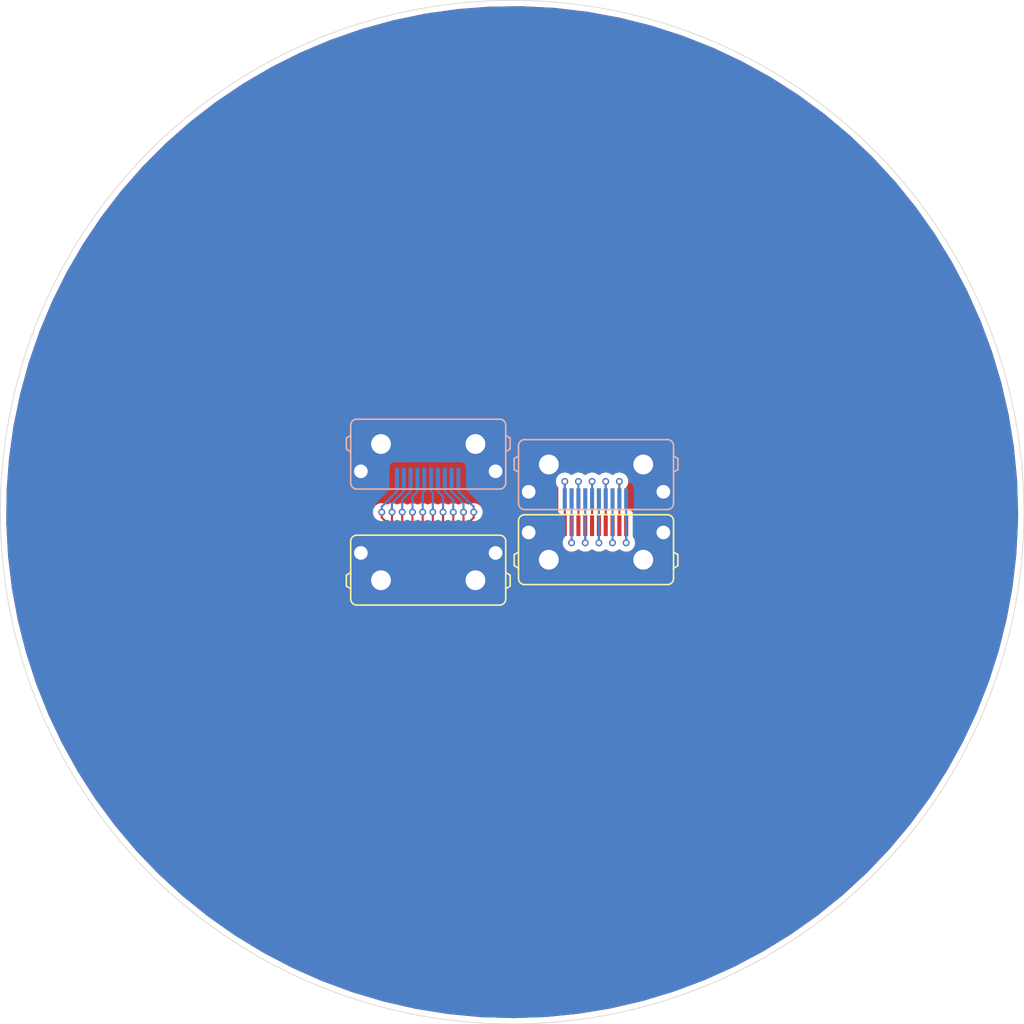
<source format=kicad_pcb>
(kicad_pcb (version 20171130) (host pcbnew "(5.1.0)-1")

  (general
    (thickness 1.6)
    (drawings 1)
    (tracks 109)
    (zones 0)
    (modules 4)
    (nets 22)
  )

  (page A4)
  (layers
    (0 F.Cu signal)
    (31 B.Cu signal)
    (32 B.Adhes user)
    (33 F.Adhes user)
    (34 B.Paste user)
    (35 F.Paste user)
    (36 B.SilkS user)
    (37 F.SilkS user)
    (38 B.Mask user hide)
    (39 F.Mask user hide)
    (40 Dwgs.User user)
    (41 Cmts.User user)
    (42 Eco1.User user)
    (43 Eco2.User user)
    (44 Edge.Cuts user)
    (45 Margin user)
    (46 B.CrtYd user)
    (47 F.CrtYd user)
    (48 B.Fab user)
    (49 F.Fab user)
  )

  (setup
    (last_trace_width 0.1524)
    (user_trace_width 0.1524)
    (trace_clearance 0.2)
    (zone_clearance 0.4)
    (zone_45_only no)
    (trace_min 0.1524)
    (via_size 0.8)
    (via_drill 0.4)
    (via_min_size 0.2)
    (via_min_drill 0.3)
    (user_via 0.5048 0.3)
    (uvia_size 0.3)
    (uvia_drill 0.1)
    (uvias_allowed no)
    (uvia_min_size 0.2)
    (uvia_min_drill 0.1)
    (edge_width 0.05)
    (segment_width 0.2)
    (pcb_text_width 0.3)
    (pcb_text_size 1.5 1.5)
    (mod_edge_width 0.12)
    (mod_text_size 1 1)
    (mod_text_width 0.15)
    (pad_size 0.3 1.5)
    (pad_drill 0)
    (pad_to_mask_clearance 0.051)
    (solder_mask_min_width 0.25)
    (aux_axis_origin 0 0)
    (visible_elements 7FFFFFFF)
    (pcbplotparams
      (layerselection 0x010fc_ffffffff)
      (usegerberextensions false)
      (usegerberattributes false)
      (usegerberadvancedattributes false)
      (creategerberjobfile false)
      (excludeedgelayer true)
      (linewidth 0.100000)
      (plotframeref false)
      (viasonmask false)
      (mode 1)
      (useauxorigin false)
      (hpglpennumber 1)
      (hpglpenspeed 20)
      (hpglpendiameter 15.000000)
      (psnegative false)
      (psa4output false)
      (plotreference true)
      (plotvalue true)
      (plotinvisibletext false)
      (padsonsilk false)
      (subtractmaskfromsilk false)
      (outputformat 1)
      (mirror false)
      (drillshape 0)
      (scaleselection 1)
      (outputdirectory "gerbers/"))
  )

  (net 0 "")
  (net 1 "Net-(U1-Pad2)")
  (net 2 "Net-(U1-Pad4)")
  (net 3 "Net-(U1-Pad6)")
  (net 4 "Net-(U1-Pad8)")
  (net 5 "Net-(U1-Pad10)")
  (net 6 "Net-(U1-Pad12)")
  (net 7 "Net-(U1-Pad14)")
  (net 8 "Net-(U1-Pad16)")
  (net 9 "Net-(U1-Pad18)")
  (net 10 "Net-(U1-Pad20)")
  (net 11 GND)
  (net 12 "Net-(U3-Pad2)")
  (net 13 "Net-(U3-Pad4)")
  (net 14 "Net-(U3-Pad6)")
  (net 15 "Net-(U3-Pad8)")
  (net 16 "Net-(U3-Pad10)")
  (net 17 "Net-(U3-Pad12)")
  (net 18 "Net-(U3-Pad14)")
  (net 19 "Net-(U3-Pad16)")
  (net 20 "Net-(U3-Pad18)")
  (net 21 "Net-(U3-Pad20)")

  (net_class Default "This is the default net class."
    (clearance 0.2)
    (trace_width 0.25)
    (via_dia 0.8)
    (via_drill 0.4)
    (uvia_dia 0.3)
    (uvia_drill 0.1)
    (add_net GND)
    (add_net "Net-(U1-Pad10)")
    (add_net "Net-(U1-Pad12)")
    (add_net "Net-(U1-Pad14)")
    (add_net "Net-(U1-Pad16)")
    (add_net "Net-(U1-Pad18)")
    (add_net "Net-(U1-Pad2)")
    (add_net "Net-(U1-Pad20)")
    (add_net "Net-(U1-Pad4)")
    (add_net "Net-(U1-Pad6)")
    (add_net "Net-(U1-Pad8)")
    (add_net "Net-(U3-Pad10)")
    (add_net "Net-(U3-Pad12)")
    (add_net "Net-(U3-Pad14)")
    (add_net "Net-(U3-Pad16)")
    (add_net "Net-(U3-Pad18)")
    (add_net "Net-(U3-Pad2)")
    (add_net "Net-(U3-Pad20)")
    (add_net "Net-(U3-Pad4)")
    (add_net "Net-(U3-Pad6)")
    (add_net "Net-(U3-Pad8)")
  )

  (module feedthrough_pcb:LSHM-110-02.5-L-DV-A-S-TR (layer B.Cu) (tedit 5CBFA040) (tstamp 5CC0493F)
    (at 100 94.5)
    (path /5CBFC230)
    (fp_text reference U1 (at 0 -3.85) (layer B.SilkS) hide
      (effects (font (size 1 1) (thickness 0.15)) (justify mirror))
    )
    (fp_text value LSHM-110-02.5-L-DV-A-S-TR (at 0.1 -5.2) (layer B.Fab) hide
      (effects (font (size 1 1) (thickness 0.15)) (justify mirror))
    )
    (fp_line (start -6 -0.37) (end -5.68 -0.17) (layer B.SilkS) (width 0.12))
    (fp_line (start 6 -0.37) (end 5.68 -0.17) (layer B.SilkS) (width 0.12))
    (fp_line (start 6 -0.37) (end 6 -1.17) (layer B.SilkS) (width 0.12))
    (fp_line (start 6 -1.17) (end 5.68 -1.37) (layer B.SilkS) (width 0.12))
    (fp_line (start -6 -1.17) (end -5.68 -1.37) (layer B.SilkS) (width 0.12))
    (fp_line (start -6 -0.37) (end -6 -1.17) (layer B.SilkS) (width 0.12))
    (fp_line (start -5.68 2.11) (end -5.68 -2.11) (layer B.SilkS) (width 0.12))
    (fp_line (start 5.68 -2.11) (end 5.68 2.11) (layer B.SilkS) (width 0.12))
    (fp_line (start -5.23 2.56) (end 5.23 2.56) (layer B.SilkS) (width 0.12))
    (fp_line (start -5.23 -2.56) (end 5.23 -2.56) (layer B.SilkS) (width 0.12))
    (fp_arc (start -5.23 -2.11) (end -5.23 -2.56) (angle -90) (layer B.SilkS) (width 0.12))
    (fp_arc (start 5.23 -2.11) (end 5.68 -2.11) (angle -90) (layer B.SilkS) (width 0.12))
    (fp_arc (start -5.23 2.11) (end -5.68 2.11) (angle -90) (layer B.SilkS) (width 0.12))
    (fp_arc (start 5.23 2.11) (end 5.23 2.56) (angle -90) (layer B.SilkS) (width 0.12))
    (pad 1 smd rect (at 2.21 -1.75) (size 0.3 1.5) (layers B.Cu B.Paste B.Mask)
      (net 11 GND))
    (pad 2 smd rect (at 2.21 1.75) (size 0.3 1.5) (layers B.Cu B.Paste B.Mask)
      (net 1 "Net-(U1-Pad2)"))
    (pad 3 smd rect (at 1.71 -1.75) (size 0.3 1.5) (layers B.Cu B.Paste B.Mask)
      (net 11 GND))
    (pad 4 smd rect (at 1.71 1.75) (size 0.3 1.5) (layers B.Cu B.Paste B.Mask)
      (net 2 "Net-(U1-Pad4)"))
    (pad 5 smd rect (at 1.21 -1.75) (size 0.3 1.5) (layers B.Cu B.Paste B.Mask)
      (net 11 GND))
    (pad 6 smd rect (at 1.21 1.75) (size 0.3 1.5) (layers B.Cu B.Paste B.Mask)
      (net 3 "Net-(U1-Pad6)"))
    (pad 7 smd rect (at 0.71 -1.75) (size 0.3 1.5) (layers B.Cu B.Paste B.Mask)
      (net 11 GND))
    (pad 8 smd rect (at 0.71 1.75) (size 0.3 1.5) (layers B.Cu B.Paste B.Mask)
      (net 4 "Net-(U1-Pad8)"))
    (pad 9 smd rect (at 0.21 -1.75) (size 0.3 1.5) (layers B.Cu B.Paste B.Mask)
      (net 11 GND))
    (pad 10 smd rect (at 0.21 1.75) (size 0.3 1.5) (layers B.Cu B.Paste B.Mask)
      (net 5 "Net-(U1-Pad10)"))
    (pad 11 smd rect (at -0.29 -1.75) (size 0.3 1.5) (layers B.Cu B.Paste B.Mask)
      (net 11 GND))
    (pad 12 smd rect (at -0.29 1.75) (size 0.3 1.5) (layers B.Cu B.Paste B.Mask)
      (net 6 "Net-(U1-Pad12)"))
    (pad 13 smd rect (at -0.79 -1.75) (size 0.3 1.5) (layers B.Cu B.Paste B.Mask)
      (net 11 GND))
    (pad 14 smd rect (at -0.79 1.75) (size 0.3 1.5) (layers B.Cu B.Paste B.Mask)
      (net 7 "Net-(U1-Pad14)"))
    (pad 15 smd rect (at -1.29 -1.75) (size 0.3 1.5) (layers B.Cu B.Paste B.Mask)
      (net 11 GND))
    (pad 16 smd rect (at -1.29 1.75) (size 0.3 1.5) (layers B.Cu B.Paste B.Mask)
      (net 8 "Net-(U1-Pad16)"))
    (pad 17 smd rect (at -1.79 -1.75) (size 0.3 1.5) (layers B.Cu B.Paste B.Mask)
      (net 11 GND))
    (pad 18 smd rect (at -1.79 1.75) (size 0.3 1.5) (layers B.Cu B.Paste B.Mask)
      (net 9 "Net-(U1-Pad18)"))
    (pad 19 smd rect (at -2.29 -1.75) (size 0.3 1.5) (layers B.Cu B.Paste B.Mask)
      (net 11 GND))
    (pad 20 smd rect (at -2.29 1.75) (size 0.3 1.5) (layers B.Cu B.Paste B.Mask)
      (net 10 "Net-(U1-Pad20)"))
    (pad 41 thru_hole circle (at -4.935 1.26) (size 1 1) (drill 1) (layers *.Cu *.Mask)
      (net 11 GND))
    (pad 41 thru_hole circle (at 4.935 1.26) (size 1 1) (drill 1) (layers *.Cu *.Mask)
      (net 11 GND))
    (pad 41 thru_hole circle (at -3.46 -0.74) (size 1.45 1.45) (drill 1.45) (layers *.Cu *.Mask)
      (net 11 GND))
    (pad 41 thru_hole circle (at 3.46 -0.74) (size 1.45 1.45) (drill 1.45) (layers *.Cu *.Mask)
      (net 11 GND))
  )

  (module feedthrough_pcb:LSHM-110-02.5-L-DV-A-S-TR (layer F.Cu) (tedit 5CBFA040) (tstamp 5CC04969)
    (at 100 100)
    (path /5CBFD8F6)
    (fp_text reference U2 (at 0 3.85) (layer F.SilkS) hide
      (effects (font (size 1 1) (thickness 0.15)))
    )
    (fp_text value LSHM-110-02.5-L-DV-A-S-TR (at 0 5.5) (layer F.Fab) hide
      (effects (font (size 1 1) (thickness 0.15)))
    )
    (fp_arc (start 5.23 -2.11) (end 5.23 -2.56) (angle 90) (layer F.SilkS) (width 0.12))
    (fp_arc (start -5.23 -2.11) (end -5.68 -2.11) (angle 90) (layer F.SilkS) (width 0.12))
    (fp_arc (start 5.23 2.11) (end 5.68 2.11) (angle 90) (layer F.SilkS) (width 0.12))
    (fp_arc (start -5.23 2.11) (end -5.23 2.56) (angle 90) (layer F.SilkS) (width 0.12))
    (fp_line (start -5.23 2.56) (end 5.23 2.56) (layer F.SilkS) (width 0.12))
    (fp_line (start -5.23 -2.56) (end 5.23 -2.56) (layer F.SilkS) (width 0.12))
    (fp_line (start 5.68 2.11) (end 5.68 -2.11) (layer F.SilkS) (width 0.12))
    (fp_line (start -5.68 -2.11) (end -5.68 2.11) (layer F.SilkS) (width 0.12))
    (fp_line (start -6 0.37) (end -6 1.17) (layer F.SilkS) (width 0.12))
    (fp_line (start -6 1.17) (end -5.68 1.37) (layer F.SilkS) (width 0.12))
    (fp_line (start 6 1.17) (end 5.68 1.37) (layer F.SilkS) (width 0.12))
    (fp_line (start 6 0.37) (end 6 1.17) (layer F.SilkS) (width 0.12))
    (fp_line (start 6 0.37) (end 5.68 0.17) (layer F.SilkS) (width 0.12))
    (fp_line (start -6 0.37) (end -5.68 0.17) (layer F.SilkS) (width 0.12))
    (pad 41 thru_hole circle (at 3.46 0.74) (size 1.45 1.45) (drill 1.45) (layers *.Cu *.Mask)
      (net 11 GND))
    (pad 41 thru_hole circle (at -3.46 0.74) (size 1.45 1.45) (drill 1.45) (layers *.Cu *.Mask)
      (net 11 GND))
    (pad 41 thru_hole circle (at 4.935 -1.26) (size 1 1) (drill 1) (layers *.Cu *.Mask)
      (net 11 GND))
    (pad 41 thru_hole circle (at -4.935 -1.26) (size 1 1) (drill 1) (layers *.Cu *.Mask)
      (net 11 GND))
    (pad 20 smd rect (at -2.29 -1.75) (size 0.3 1.5) (layers F.Cu F.Paste F.Mask)
      (net 10 "Net-(U1-Pad20)"))
    (pad 19 smd rect (at -2.29 1.75) (size 0.3 1.5) (layers F.Cu F.Paste F.Mask)
      (net 11 GND))
    (pad 18 smd rect (at -1.79 -1.75) (size 0.3 1.5) (layers F.Cu F.Paste F.Mask)
      (net 9 "Net-(U1-Pad18)"))
    (pad 17 smd rect (at -1.79 1.75) (size 0.3 1.5) (layers F.Cu F.Paste F.Mask)
      (net 11 GND))
    (pad 16 smd rect (at -1.29 -1.75) (size 0.3 1.5) (layers F.Cu F.Paste F.Mask)
      (net 8 "Net-(U1-Pad16)"))
    (pad 15 smd rect (at -1.29 1.75) (size 0.3 1.5) (layers F.Cu F.Paste F.Mask)
      (net 11 GND))
    (pad 14 smd rect (at -0.79 -1.75) (size 0.3 1.5) (layers F.Cu F.Paste F.Mask)
      (net 7 "Net-(U1-Pad14)"))
    (pad 13 smd rect (at -0.79 1.75) (size 0.3 1.5) (layers F.Cu F.Paste F.Mask)
      (net 11 GND))
    (pad 12 smd rect (at -0.29 -1.75) (size 0.3 1.5) (layers F.Cu F.Paste F.Mask)
      (net 6 "Net-(U1-Pad12)"))
    (pad 11 smd rect (at -0.29 1.75) (size 0.3 1.5) (layers F.Cu F.Paste F.Mask)
      (net 11 GND))
    (pad 10 smd rect (at 0.21 -1.75) (size 0.3 1.5) (layers F.Cu F.Paste F.Mask)
      (net 5 "Net-(U1-Pad10)"))
    (pad 9 smd rect (at 0.21 1.75) (size 0.3 1.5) (layers F.Cu F.Paste F.Mask)
      (net 11 GND))
    (pad 8 smd rect (at 0.71 -1.75) (size 0.3 1.5) (layers F.Cu F.Paste F.Mask)
      (net 4 "Net-(U1-Pad8)"))
    (pad 7 smd rect (at 0.71 1.75) (size 0.3 1.5) (layers F.Cu F.Paste F.Mask)
      (net 11 GND))
    (pad 6 smd rect (at 1.21 -1.75) (size 0.3 1.5) (layers F.Cu F.Paste F.Mask)
      (net 3 "Net-(U1-Pad6)"))
    (pad 5 smd rect (at 1.21 1.75) (size 0.3 1.5) (layers F.Cu F.Paste F.Mask)
      (net 11 GND))
    (pad 4 smd rect (at 1.71 -1.75) (size 0.3 1.5) (layers F.Cu F.Paste F.Mask)
      (net 2 "Net-(U1-Pad4)"))
    (pad 3 smd rect (at 1.71 1.75) (size 0.3 1.5) (layers F.Cu F.Paste F.Mask)
      (net 11 GND))
    (pad 2 smd rect (at 2.21 -1.75) (size 0.3 1.5) (layers F.Cu F.Paste F.Mask)
      (net 1 "Net-(U1-Pad2)"))
    (pad 1 smd rect (at 2.21 1.75) (size 0.3 1.5) (layers F.Cu F.Paste F.Mask)
      (net 11 GND))
  )

  (module feedthrough_pcb:LSHM-110-02.5-L-DV-A-S-TR (layer B.Cu) (tedit 5CC0E175) (tstamp 5CC0E12D)
    (at 87.704 93)
    (path /5CC204DC)
    (fp_text reference U3 (at 0 -3.85) (layer B.SilkS) hide
      (effects (font (size 1 1) (thickness 0.15)) (justify mirror))
    )
    (fp_text value LSHM-110-02.5-L-DV-A-S-TR (at -0.1 -5.4) (layer B.Fab) hide
      (effects (font (size 1 1) (thickness 0.15)) (justify mirror))
    )
    (fp_line (start -6 -0.37) (end -5.68 -0.17) (layer B.SilkS) (width 0.12))
    (fp_line (start 6 -0.37) (end 5.68 -0.17) (layer B.SilkS) (width 0.12))
    (fp_line (start 6 -0.37) (end 6 -1.17) (layer B.SilkS) (width 0.12))
    (fp_line (start 6 -1.17) (end 5.68 -1.37) (layer B.SilkS) (width 0.12))
    (fp_line (start -6 -1.17) (end -5.68 -1.37) (layer B.SilkS) (width 0.12))
    (fp_line (start -6 -0.37) (end -6 -1.17) (layer B.SilkS) (width 0.12))
    (fp_line (start -5.68 2.11) (end -5.68 -2.11) (layer B.SilkS) (width 0.12))
    (fp_line (start 5.68 -2.11) (end 5.68 2.11) (layer B.SilkS) (width 0.12))
    (fp_line (start -5.23 2.56) (end 5.23 2.56) (layer B.SilkS) (width 0.12))
    (fp_line (start -5.23 -2.56) (end 5.23 -2.56) (layer B.SilkS) (width 0.12))
    (fp_arc (start -5.23 -2.11) (end -5.23 -2.56) (angle -90) (layer B.SilkS) (width 0.12))
    (fp_arc (start 5.23 -2.11) (end 5.68 -2.11) (angle -90) (layer B.SilkS) (width 0.12))
    (fp_arc (start -5.23 2.11) (end -5.68 2.11) (angle -90) (layer B.SilkS) (width 0.12))
    (fp_arc (start 5.23 2.11) (end 5.23 2.56) (angle -90) (layer B.SilkS) (width 0.12))
    (pad 1 smd rect (at 2.21 -1.75) (size 0.3 1.5) (layers B.Cu B.Paste B.Mask)
      (net 11 GND))
    (pad 2 smd rect (at 2.21 1.75) (size 0.3 1.5) (layers B.Cu B.Paste B.Mask)
      (net 12 "Net-(U3-Pad2)"))
    (pad 3 smd rect (at 1.71 -1.75) (size 0.3 1.5) (layers B.Cu B.Paste B.Mask)
      (net 11 GND))
    (pad 4 smd rect (at 1.71 1.75) (size 0.3 1.5) (layers B.Cu B.Paste B.Mask)
      (net 13 "Net-(U3-Pad4)"))
    (pad 5 smd rect (at 1.21 -1.75) (size 0.3 1.5) (layers B.Cu B.Paste B.Mask)
      (net 11 GND))
    (pad 6 smd rect (at 1.21 1.75) (size 0.3 1.5) (layers B.Cu B.Paste B.Mask)
      (net 14 "Net-(U3-Pad6)"))
    (pad 7 smd rect (at 0.71 -1.75) (size 0.3 1.5) (layers B.Cu B.Paste B.Mask)
      (net 11 GND))
    (pad 8 smd rect (at 0.71 1.75) (size 0.3 1.5) (layers B.Cu B.Paste B.Mask)
      (net 15 "Net-(U3-Pad8)"))
    (pad 9 smd rect (at 0.21 -1.75) (size 0.3 1.5) (layers B.Cu B.Paste B.Mask)
      (net 11 GND))
    (pad 10 smd rect (at 0.21 1.75) (size 0.3 1.5) (layers B.Cu B.Paste B.Mask)
      (net 16 "Net-(U3-Pad10)"))
    (pad 11 smd rect (at -0.29 -1.75) (size 0.3 1.5) (layers B.Cu B.Paste B.Mask)
      (net 11 GND))
    (pad 12 smd rect (at -0.29 1.75) (size 0.3 1.5) (layers B.Cu B.Paste B.Mask)
      (net 17 "Net-(U3-Pad12)"))
    (pad 13 smd rect (at -0.79 -1.75) (size 0.3 1.5) (layers B.Cu B.Paste B.Mask)
      (net 11 GND))
    (pad 14 smd rect (at -0.79 1.75) (size 0.3 1.5) (layers B.Cu B.Paste B.Mask)
      (net 18 "Net-(U3-Pad14)"))
    (pad 15 smd rect (at -1.29 -1.75) (size 0.3 1.5) (layers B.Cu B.Paste B.Mask)
      (net 11 GND))
    (pad 16 smd rect (at -1.29 1.75) (size 0.3 1.5) (layers B.Cu B.Paste B.Mask)
      (net 19 "Net-(U3-Pad16)"))
    (pad 17 smd rect (at -1.79 -1.75) (size 0.3 1.5) (layers B.Cu B.Paste B.Mask)
      (net 11 GND))
    (pad 18 smd rect (at -1.79 1.75) (size 0.3 1.5) (layers B.Cu B.Paste B.Mask)
      (net 20 "Net-(U3-Pad18)"))
    (pad 19 smd rect (at -2.29 -1.75) (size 0.3 1.5) (layers B.Cu B.Paste B.Mask)
      (net 11 GND))
    (pad 20 smd rect (at -2.29 1.75) (size 0.3 1.5) (layers B.Cu B.Paste B.Mask)
      (net 21 "Net-(U3-Pad20)"))
    (pad 41 thru_hole circle (at -4.935 1.26) (size 1 1) (drill 1) (layers *.Cu *.Mask)
      (net 11 GND))
    (pad 41 thru_hole circle (at 4.935 1.26) (size 1 1) (drill 1) (layers *.Cu *.Mask)
      (net 11 GND))
    (pad 41 thru_hole circle (at -3.46 -0.74) (size 1.45 1.45) (drill 1.45) (layers *.Cu *.Mask)
      (net 11 GND))
    (pad 41 thru_hole circle (at 3.46 -0.74) (size 1.45 1.45) (drill 1.45) (layers *.Cu *.Mask)
      (net 11 GND))
  )

  (module feedthrough_pcb:LSHM-110-02.5-L-DV-A-S-TR (layer F.Cu) (tedit 5CBFA040) (tstamp 5CC0E157)
    (at 87.704 101.5)
    (path /5CC204E2)
    (fp_text reference U4 (at 0 3.85) (layer F.SilkS) hide
      (effects (font (size 1 1) (thickness 0.15)))
    )
    (fp_text value LSHM-110-02.5-L-DV-A-S-TR (at 0 5.339999) (layer F.Fab) hide
      (effects (font (size 1 1) (thickness 0.15)))
    )
    (fp_arc (start 5.23 -2.11) (end 5.23 -2.56) (angle 90) (layer F.SilkS) (width 0.12))
    (fp_arc (start -5.23 -2.11) (end -5.68 -2.11) (angle 90) (layer F.SilkS) (width 0.12))
    (fp_arc (start 5.23 2.11) (end 5.68 2.11) (angle 90) (layer F.SilkS) (width 0.12))
    (fp_arc (start -5.23 2.11) (end -5.23 2.56) (angle 90) (layer F.SilkS) (width 0.12))
    (fp_line (start -5.23 2.56) (end 5.23 2.56) (layer F.SilkS) (width 0.12))
    (fp_line (start -5.23 -2.56) (end 5.23 -2.56) (layer F.SilkS) (width 0.12))
    (fp_line (start 5.68 2.11) (end 5.68 -2.11) (layer F.SilkS) (width 0.12))
    (fp_line (start -5.68 -2.11) (end -5.68 2.11) (layer F.SilkS) (width 0.12))
    (fp_line (start -6 0.37) (end -6 1.17) (layer F.SilkS) (width 0.12))
    (fp_line (start -6 1.17) (end -5.68 1.37) (layer F.SilkS) (width 0.12))
    (fp_line (start 6 1.17) (end 5.68 1.37) (layer F.SilkS) (width 0.12))
    (fp_line (start 6 0.37) (end 6 1.17) (layer F.SilkS) (width 0.12))
    (fp_line (start 6 0.37) (end 5.68 0.17) (layer F.SilkS) (width 0.12))
    (fp_line (start -6 0.37) (end -5.68 0.17) (layer F.SilkS) (width 0.12))
    (pad 41 thru_hole circle (at 3.46 0.74) (size 1.45 1.45) (drill 1.45) (layers *.Cu *.Mask)
      (net 11 GND))
    (pad 41 thru_hole circle (at -3.46 0.74) (size 1.45 1.45) (drill 1.45) (layers *.Cu *.Mask)
      (net 11 GND))
    (pad 41 thru_hole circle (at 4.935 -1.26) (size 1 1) (drill 1) (layers *.Cu *.Mask)
      (net 11 GND))
    (pad 41 thru_hole circle (at -4.935 -1.26) (size 1 1) (drill 1) (layers *.Cu *.Mask)
      (net 11 GND))
    (pad 20 smd rect (at -2.29 -1.75) (size 0.3 1.5) (layers F.Cu F.Paste F.Mask)
      (net 21 "Net-(U3-Pad20)"))
    (pad 19 smd rect (at -2.29 1.75) (size 0.3 1.5) (layers F.Cu F.Paste F.Mask)
      (net 11 GND))
    (pad 18 smd rect (at -1.79 -1.75) (size 0.3 1.5) (layers F.Cu F.Paste F.Mask)
      (net 20 "Net-(U3-Pad18)"))
    (pad 17 smd rect (at -1.79 1.75) (size 0.3 1.5) (layers F.Cu F.Paste F.Mask)
      (net 11 GND))
    (pad 16 smd rect (at -1.29 -1.75) (size 0.3 1.5) (layers F.Cu F.Paste F.Mask)
      (net 19 "Net-(U3-Pad16)"))
    (pad 15 smd rect (at -1.29 1.75) (size 0.3 1.5) (layers F.Cu F.Paste F.Mask)
      (net 11 GND))
    (pad 14 smd rect (at -0.79 -1.75) (size 0.3 1.5) (layers F.Cu F.Paste F.Mask)
      (net 18 "Net-(U3-Pad14)"))
    (pad 13 smd rect (at -0.79 1.75) (size 0.3 1.5) (layers F.Cu F.Paste F.Mask)
      (net 11 GND))
    (pad 12 smd rect (at -0.29 -1.75) (size 0.3 1.5) (layers F.Cu F.Paste F.Mask)
      (net 17 "Net-(U3-Pad12)"))
    (pad 11 smd rect (at -0.29 1.75) (size 0.3 1.5) (layers F.Cu F.Paste F.Mask)
      (net 11 GND))
    (pad 10 smd rect (at 0.21 -1.75) (size 0.3 1.5) (layers F.Cu F.Paste F.Mask)
      (net 16 "Net-(U3-Pad10)"))
    (pad 9 smd rect (at 0.21 1.75) (size 0.3 1.5) (layers F.Cu F.Paste F.Mask)
      (net 11 GND))
    (pad 8 smd rect (at 0.71 -1.75) (size 0.3 1.5) (layers F.Cu F.Paste F.Mask)
      (net 15 "Net-(U3-Pad8)"))
    (pad 7 smd rect (at 0.71 1.75) (size 0.3 1.5) (layers F.Cu F.Paste F.Mask)
      (net 11 GND))
    (pad 6 smd rect (at 1.21 -1.75) (size 0.3 1.5) (layers F.Cu F.Paste F.Mask)
      (net 14 "Net-(U3-Pad6)"))
    (pad 5 smd rect (at 1.21 1.75) (size 0.3 1.5) (layers F.Cu F.Paste F.Mask)
      (net 11 GND))
    (pad 4 smd rect (at 1.71 -1.75) (size 0.3 1.5) (layers F.Cu F.Paste F.Mask)
      (net 13 "Net-(U3-Pad4)"))
    (pad 3 smd rect (at 1.71 1.75) (size 0.3 1.5) (layers F.Cu F.Paste F.Mask)
      (net 11 GND))
    (pad 2 smd rect (at 2.21 -1.75) (size 0.3 1.5) (layers F.Cu F.Paste F.Mask)
      (net 12 "Net-(U3-Pad2)"))
    (pad 1 smd rect (at 2.21 1.75) (size 0.3 1.5) (layers F.Cu F.Paste F.Mask)
      (net 11 GND))
  )

  (gr_circle (center 93.852 97.25) (end 131.352 97.25) (layer Edge.Cuts) (width 0.05))

  (via (at 88.039 97.25) (size 0.5048) (drill 0.3) (layers F.Cu B.Cu) (net 16))
  (via (at 87.299 97.25) (size 0.5048) (drill 0.3) (layers F.Cu B.Cu) (net 17))
  (via (at 88.789 97.25) (size 0.5048) (drill 0.3) (layers F.Cu B.Cu) (net 15))
  (via (at 89.539 97.25) (size 0.5048) (drill 0.3) (layers F.Cu B.Cu) (net 14))
  (via (at 90.289 97.25) (size 0.5048) (drill 0.3) (layers F.Cu B.Cu) (net 13))
  (via (at 91.039 97.25) (size 0.5048) (drill 0.3) (layers F.Cu B.Cu) (net 12))
  (via (at 86.549 97.25) (size 0.5048) (drill 0.3) (layers F.Cu B.Cu) (net 18))
  (via (at 85.799 97.25) (size 0.5048) (drill 0.3) (layers F.Cu B.Cu) (net 19))
  (via (at 85.049 97.25) (size 0.5048) (drill 0.3) (layers F.Cu B.Cu) (net 20))
  (via (at 84.299 97.25) (size 0.5048) (drill 0.3) (layers F.Cu B.Cu) (net 21))
  (via (at 102.21 99.5) (size 0.5048) (drill 0.3) (layers F.Cu B.Cu) (net 1))
  (segment (start 102.21 98.25) (end 102.21 99.5) (width 0.1524) (layer F.Cu) (net 1))
  (segment (start 102.21 97.1524) (end 102.21 99.5) (width 0.1524) (layer B.Cu) (net 1))
  (segment (start 102.21 96.25) (end 102.21 97.1524) (width 0.1524) (layer B.Cu) (net 1))
  (segment (start 101.71 96.25) (end 101.71 95) (width 0.1524) (layer B.Cu) (net 2))
  (via (at 101.71 95) (size 0.5048) (drill 0.3) (layers F.Cu B.Cu) (net 2))
  (segment (start 101.71 97.51) (end 101.71 95) (width 0.1524) (layer F.Cu) (net 2))
  (segment (start 101.71 98.25) (end 101.71 97.51) (width 0.1524) (layer F.Cu) (net 2))
  (via (at 101.21 99.5) (size 0.5048) (drill 0.3) (layers F.Cu B.Cu) (net 3))
  (segment (start 101.21 98.25) (end 101.21 99.5) (width 0.1524) (layer F.Cu) (net 3))
  (segment (start 101.21 96.99) (end 101.21 99.5) (width 0.1524) (layer B.Cu) (net 3))
  (segment (start 101.21 96.25) (end 101.21 96.99) (width 0.1524) (layer B.Cu) (net 3))
  (segment (start 100.71 96.25) (end 100.71 95) (width 0.1524) (layer B.Cu) (net 4))
  (via (at 100.71 95) (size 0.5048) (drill 0.3) (layers F.Cu B.Cu) (net 4))
  (segment (start 100.71 98.25) (end 100.71 95) (width 0.1524) (layer F.Cu) (net 4))
  (via (at 100.21 99.5) (size 0.5048) (drill 0.3) (layers F.Cu B.Cu) (net 5))
  (segment (start 100.21 98.25) (end 100.21 99.5) (width 0.1524) (layer F.Cu) (net 5))
  (segment (start 100.21 96.25) (end 100.21 99.5) (width 0.1524) (layer B.Cu) (net 5))
  (segment (start 99.71 96.25) (end 99.71 95) (width 0.1524) (layer B.Cu) (net 6))
  (via (at 99.71 95) (size 0.5048) (drill 0.3) (layers F.Cu B.Cu) (net 6))
  (segment (start 99.71 98.25) (end 99.71 95) (width 0.1524) (layer F.Cu) (net 6))
  (via (at 99.21 99.5) (size 0.5048) (drill 0.3) (layers F.Cu B.Cu) (net 7))
  (segment (start 99.21 98.25) (end 99.21 99.5) (width 0.1524) (layer F.Cu) (net 7))
  (segment (start 99.21 96.25) (end 99.21 99.5) (width 0.1524) (layer B.Cu) (net 7))
  (segment (start 98.71 96.25) (end 98.71 95) (width 0.1524) (layer B.Cu) (net 8))
  (via (at 98.71 95) (size 0.5048) (drill 0.3) (layers F.Cu B.Cu) (net 8))
  (segment (start 98.71 98.25) (end 98.71 95) (width 0.1524) (layer F.Cu) (net 8))
  (via (at 98.21 99.5) (size 0.5048) (drill 0.3) (layers F.Cu B.Cu) (net 9))
  (segment (start 98.21 98.25) (end 98.21 99.5) (width 0.1524) (layer F.Cu) (net 9))
  (segment (start 98.21 96.25) (end 98.21 99.5) (width 0.1524) (layer B.Cu) (net 9))
  (via (at 97.71 95) (size 0.5048) (drill 0.3) (layers F.Cu B.Cu) (net 10))
  (segment (start 97.71 96.25) (end 97.71 95) (width 0.1524) (layer B.Cu) (net 10))
  (segment (start 97.71 97.3476) (end 97.71 95) (width 0.1524) (layer F.Cu) (net 10))
  (segment (start 97.71 98.25) (end 97.71 97.3476) (width 0.1524) (layer F.Cu) (net 10))
  (segment (start 89.914 94.75) (end 89.914 95.731) (width 0.1524) (layer B.Cu) (net 12))
  (segment (start 91.039 96.856) (end 91.039 97.25) (width 0.1524) (layer B.Cu) (net 12))
  (segment (start 89.914 95.731) (end 91.039 96.856) (width 0.1524) (layer B.Cu) (net 12))
  (segment (start 89.914 99.75) (end 89.914 98.77) (width 0.1524) (layer F.Cu) (net 12))
  (segment (start 91.039 97.645) (end 91.039 97.25) (width 0.1524) (layer F.Cu) (net 12))
  (segment (start 89.914 98.77) (end 91.039 97.645) (width 0.1524) (layer F.Cu) (net 12))
  (segment (start 89.414 94.75) (end 89.414 95.735236) (width 0.1524) (layer B.Cu) (net 13))
  (segment (start 90.289 96.610236) (end 90.289 97.25) (width 0.1524) (layer B.Cu) (net 13))
  (segment (start 89.414 95.735236) (end 90.289 96.610236) (width 0.1524) (layer B.Cu) (net 13))
  (segment (start 90.289 97.606947) (end 90.289 97.25) (width 0.1524) (layer F.Cu) (net 13))
  (segment (start 90.289 97.888765) (end 90.289 97.606947) (width 0.1524) (layer F.Cu) (net 13))
  (segment (start 89.414 98.763765) (end 90.289 97.888765) (width 0.1524) (layer F.Cu) (net 13))
  (segment (start 89.414 99.75) (end 89.414 98.763765) (width 0.1524) (layer F.Cu) (net 13))
  (segment (start 89.539 96.358618) (end 89.539 97.25) (width 0.1524) (layer B.Cu) (net 14))
  (segment (start 88.914 94.75) (end 88.914 95.733618) (width 0.1524) (layer B.Cu) (net 14))
  (segment (start 88.914 95.733618) (end 89.539 96.358618) (width 0.1524) (layer B.Cu) (net 14))
  (segment (start 88.914 99.75) (end 88.914 98.765382) (width 0.1524) (layer F.Cu) (net 14))
  (segment (start 89.539 98.140382) (end 89.539 97.25) (width 0.1524) (layer F.Cu) (net 14))
  (segment (start 88.914 98.765382) (end 89.539 98.140382) (width 0.1524) (layer F.Cu) (net 14))
  (segment (start 88.789 96.107) (end 88.789 97.25) (width 0.1524) (layer B.Cu) (net 15))
  (segment (start 88.414 94.75) (end 88.414 95.732) (width 0.1524) (layer B.Cu) (net 15))
  (segment (start 88.414 95.732) (end 88.789 96.107) (width 0.1524) (layer B.Cu) (net 15))
  (segment (start 88.789 98.392) (end 88.789 97.25) (width 0.1524) (layer F.Cu) (net 15))
  (segment (start 88.414 99.75) (end 88.414 98.767) (width 0.1524) (layer F.Cu) (net 15))
  (segment (start 88.414 98.767) (end 88.789 98.392) (width 0.1524) (layer F.Cu) (net 15))
  (segment (start 87.914 94.75) (end 87.914 95.732) (width 0.1524) (layer B.Cu) (net 16))
  (segment (start 88.039 95.857) (end 88.039 97.25) (width 0.1524) (layer B.Cu) (net 16))
  (segment (start 87.914 95.732) (end 88.039 95.857) (width 0.1524) (layer B.Cu) (net 16))
  (segment (start 87.914 99.75) (end 87.914 98.768) (width 0.1524) (layer F.Cu) (net 16))
  (segment (start 88.039 98.643) (end 88.039 97.25) (width 0.1524) (layer F.Cu) (net 16))
  (segment (start 87.914 98.768) (end 88.039 98.643) (width 0.1524) (layer F.Cu) (net 16))
  (segment (start 87.414 94.75) (end 87.414 95.733) (width 0.1524) (layer B.Cu) (net 17))
  (segment (start 87.299 95.848) (end 87.299 97.25) (width 0.1524) (layer B.Cu) (net 17))
  (segment (start 87.414 95.733) (end 87.299 95.848) (width 0.1524) (layer B.Cu) (net 17))
  (segment (start 87.414 99.75) (end 87.414 98.771) (width 0.1524) (layer F.Cu) (net 17))
  (segment (start 87.299 98.656) (end 87.299 97.25) (width 0.1524) (layer F.Cu) (net 17))
  (segment (start 87.414 98.771) (end 87.299 98.656) (width 0.1524) (layer F.Cu) (net 17))
  (segment (start 86.914 94.75) (end 86.914 95.734) (width 0.1524) (layer B.Cu) (net 18))
  (segment (start 86.549 96.099) (end 86.549 97.25) (width 0.1524) (layer B.Cu) (net 18))
  (segment (start 86.914 95.734) (end 86.549 96.099) (width 0.1524) (layer B.Cu) (net 18))
  (segment (start 86.914 99.75) (end 86.914 98.766) (width 0.1524) (layer F.Cu) (net 18))
  (segment (start 86.549 98.401) (end 86.549 97.25) (width 0.1524) (layer F.Cu) (net 18))
  (segment (start 86.914 98.766) (end 86.549 98.401) (width 0.1524) (layer F.Cu) (net 18))
  (segment (start 86.414 94.75) (end 86.414 95.735617) (width 0.1524) (layer B.Cu) (net 19))
  (segment (start 85.799 96.350617) (end 85.799 97.25) (width 0.1524) (layer B.Cu) (net 19))
  (segment (start 86.414 95.735617) (end 85.799 96.350617) (width 0.1524) (layer B.Cu) (net 19))
  (segment (start 85.799 97.606947) (end 85.799 97.25) (width 0.1524) (layer F.Cu) (net 19))
  (segment (start 85.799 98.149382) (end 85.799 97.606947) (width 0.1524) (layer F.Cu) (net 19))
  (segment (start 86.414 98.764382) (end 85.799 98.149382) (width 0.1524) (layer F.Cu) (net 19))
  (segment (start 86.414 99.75) (end 86.414 98.764382) (width 0.1524) (layer F.Cu) (net 19))
  (segment (start 85.914 94.75) (end 85.914 95.733) (width 0.1524) (layer B.Cu) (net 20))
  (segment (start 85.049 96.598) (end 85.049 97.25) (width 0.1524) (layer B.Cu) (net 20))
  (segment (start 85.914 95.733) (end 85.049 96.598) (width 0.1524) (layer B.Cu) (net 20))
  (segment (start 85.914 99.75) (end 85.914 98.762764) (width 0.1524) (layer F.Cu) (net 20))
  (segment (start 85.049 97.897764) (end 85.049 97.25) (width 0.1524) (layer F.Cu) (net 20))
  (segment (start 85.914 98.762764) (end 85.049 97.897764) (width 0.1524) (layer F.Cu) (net 20))
  (segment (start 85.414 94.75) (end 85.414 95.734618) (width 0.1524) (layer B.Cu) (net 21))
  (segment (start 84.299 96.849618) (end 84.299 97.25) (width 0.1524) (layer B.Cu) (net 21))
  (segment (start 85.414 95.734618) (end 84.299 96.849618) (width 0.1524) (layer B.Cu) (net 21))
  (segment (start 85.414 99.75) (end 85.414 98.763) (width 0.1524) (layer F.Cu) (net 21))
  (segment (start 84.299 97.606947) (end 84.299 97.25) (width 0.1524) (layer F.Cu) (net 21))
  (segment (start 84.299 97.646146) (end 84.299 97.606947) (width 0.1524) (layer F.Cu) (net 21))
  (segment (start 84.906 98.253146) (end 84.299 97.646146) (width 0.1524) (layer F.Cu) (net 21))
  (segment (start 84.906 98.255) (end 84.906 98.253146) (width 0.1524) (layer F.Cu) (net 21))
  (segment (start 85.414 98.763) (end 84.906 98.255) (width 0.1524) (layer F.Cu) (net 21))

  (zone (net 11) (net_name GND) (layer B.Cu) (tstamp 5CC0F57A) (hatch none 0.508)
    (connect_pads yes (clearance 0.4))
    (min_thickness 0.254)
    (fill yes (arc_segments 32) (thermal_gap 0.508) (thermal_bridge_width 0.508))
    (polygon
      (pts
        (xy 93.85 134.75) (xy 131.35 134.75) (xy 131.35 59.75) (xy 56.35 59.75) (xy 56.35 134.75)
      )
    )
    (filled_polygon
      (pts
        (xy 97.007984 60.437034) (xy 99.377032 60.717429) (xy 101.723047 61.15012) (xy 104.036249 61.733303) (xy 106.306996 62.464546)
        (xy 108.52582 63.340802) (xy 110.683473 64.358417) (xy 112.77096 65.51315) (xy 114.779578 66.800186) (xy 116.700953 68.21416)
        (xy 118.527077 69.749177) (xy 120.250337 71.398839) (xy 121.863547 73.156268) (xy 123.359985 75.014139) (xy 124.73341 76.964705)
        (xy 125.978099 78.999836) (xy 127.088861 81.111048) (xy 128.061066 83.289539) (xy 128.890662 85.526228) (xy 129.574191 87.81179)
        (xy 130.108801 90.136698) (xy 130.492266 92.49126) (xy 130.722986 94.86566) (xy 130.8 97.25) (xy 130.793191 97.959307)
        (xy 130.670418 100.341729) (xy 130.394158 102.711262) (xy 129.965562 105.058029) (xy 129.386418 107.372245) (xy 128.659139 109.644265)
        (xy 127.786757 111.864615) (xy 126.772909 114.024041) (xy 125.621822 116.11354) (xy 124.338294 118.124401) (xy 122.927675 120.048242)
        (xy 121.395847 121.877042) (xy 119.749195 123.603178) (xy 117.994584 125.219453) (xy 116.139329 126.719131) (xy 114.191162 128.095959)
        (xy 112.158207 129.344197) (xy 110.048937 130.458642) (xy 107.872146 131.434649) (xy 105.636909 132.268147) (xy 103.352542 132.955663)
        (xy 101.028571 133.494331) (xy 98.674682 133.881905) (xy 96.300688 134.116769) (xy 93.916486 134.197944) (xy 91.532016 134.125092)
        (xy 89.157217 133.898516) (xy 86.801989 133.519161) (xy 84.476151 132.988609) (xy 82.189399 132.309071) (xy 79.951266 131.48338)
        (xy 77.771081 130.514978) (xy 75.657934 129.407902) (xy 73.620634 128.166768) (xy 71.667674 126.796749) (xy 69.807194 125.303556)
        (xy 68.046952 123.693415) (xy 66.394285 121.973038) (xy 64.856083 120.149596) (xy 63.438757 118.230691) (xy 62.148218 116.224322)
        (xy 60.989844 114.138854) (xy 59.968464 111.982981) (xy 59.088337 109.765689) (xy 58.353132 107.496222) (xy 57.765913 105.184041)
        (xy 57.329128 102.838785) (xy 57.044598 100.47023) (xy 56.91351 98.088252) (xy 56.922293 97.173236) (xy 83.5196 97.173236)
        (xy 83.5196 97.326764) (xy 83.549552 97.477343) (xy 83.608305 97.619184) (xy 83.693601 97.746838) (xy 83.802162 97.855399)
        (xy 83.929816 97.940695) (xy 84.071657 97.999448) (xy 84.222236 98.0294) (xy 84.375764 98.0294) (xy 84.526343 97.999448)
        (xy 84.668184 97.940695) (xy 84.674 97.936809) (xy 84.679816 97.940695) (xy 84.821657 97.999448) (xy 84.972236 98.0294)
        (xy 85.125764 98.0294) (xy 85.276343 97.999448) (xy 85.418184 97.940695) (xy 85.424 97.936809) (xy 85.429816 97.940695)
        (xy 85.571657 97.999448) (xy 85.722236 98.0294) (xy 85.875764 98.0294) (xy 86.026343 97.999448) (xy 86.168184 97.940695)
        (xy 86.174 97.936809) (xy 86.179816 97.940695) (xy 86.321657 97.999448) (xy 86.472236 98.0294) (xy 86.625764 98.0294)
        (xy 86.776343 97.999448) (xy 86.918184 97.940695) (xy 86.924 97.936809) (xy 86.929816 97.940695) (xy 87.071657 97.999448)
        (xy 87.222236 98.0294) (xy 87.375764 98.0294) (xy 87.526343 97.999448) (xy 87.668184 97.940695) (xy 87.669 97.94015)
        (xy 87.669816 97.940695) (xy 87.811657 97.999448) (xy 87.962236 98.0294) (xy 88.115764 98.0294) (xy 88.266343 97.999448)
        (xy 88.408184 97.940695) (xy 88.414 97.936809) (xy 88.419816 97.940695) (xy 88.561657 97.999448) (xy 88.712236 98.0294)
        (xy 88.865764 98.0294) (xy 89.016343 97.999448) (xy 89.158184 97.940695) (xy 89.164 97.936809) (xy 89.169816 97.940695)
        (xy 89.311657 97.999448) (xy 89.462236 98.0294) (xy 89.615764 98.0294) (xy 89.766343 97.999448) (xy 89.908184 97.940695)
        (xy 89.914 97.936809) (xy 89.919816 97.940695) (xy 90.061657 97.999448) (xy 90.212236 98.0294) (xy 90.365764 98.0294)
        (xy 90.516343 97.999448) (xy 90.658184 97.940695) (xy 90.664 97.936809) (xy 90.669816 97.940695) (xy 90.811657 97.999448)
        (xy 90.962236 98.0294) (xy 91.115764 98.0294) (xy 91.266343 97.999448) (xy 91.408184 97.940695) (xy 91.535838 97.855399)
        (xy 91.644399 97.746838) (xy 91.729695 97.619184) (xy 91.788448 97.477343) (xy 91.8184 97.326764) (xy 91.8184 97.173236)
        (xy 91.788448 97.022657) (xy 91.729695 96.880816) (xy 91.644399 96.753162) (xy 91.633962 96.742725) (xy 91.633472 96.737752)
        (xy 91.59898 96.624049) (xy 91.542969 96.519259) (xy 91.46759 96.42741) (xy 91.444576 96.408523) (xy 90.588394 95.552342)
        (xy 90.593549 95.5) (xy 90.593549 94.923236) (xy 96.9306 94.923236) (xy 96.9306 95.076764) (xy 96.960552 95.227343)
        (xy 97.019305 95.369184) (xy 97.040248 95.400527) (xy 97.030451 95.5) (xy 97.030451 97) (xy 97.040626 97.10331)
        (xy 97.070761 97.20265) (xy 97.119696 97.294202) (xy 97.185552 97.374448) (xy 97.265798 97.440304) (xy 97.35735 97.489239)
        (xy 97.45669 97.519374) (xy 97.56 97.529549) (xy 97.6068 97.529549) (xy 97.606801 99.000962) (xy 97.604601 99.003162)
        (xy 97.519305 99.130816) (xy 97.460552 99.272657) (xy 97.4306 99.423236) (xy 97.4306 99.576764) (xy 97.460552 99.727343)
        (xy 97.519305 99.869184) (xy 97.604601 99.996838) (xy 97.713162 100.105399) (xy 97.840816 100.190695) (xy 97.982657 100.249448)
        (xy 98.133236 100.2794) (xy 98.286764 100.2794) (xy 98.437343 100.249448) (xy 98.579184 100.190695) (xy 98.706838 100.105399)
        (xy 98.71 100.102237) (xy 98.713162 100.105399) (xy 98.840816 100.190695) (xy 98.982657 100.249448) (xy 99.133236 100.2794)
        (xy 99.286764 100.2794) (xy 99.437343 100.249448) (xy 99.579184 100.190695) (xy 99.706838 100.105399) (xy 99.71 100.102237)
        (xy 99.713162 100.105399) (xy 99.840816 100.190695) (xy 99.982657 100.249448) (xy 100.133236 100.2794) (xy 100.286764 100.2794)
        (xy 100.437343 100.249448) (xy 100.579184 100.190695) (xy 100.706838 100.105399) (xy 100.71 100.102237) (xy 100.713162 100.105399)
        (xy 100.840816 100.190695) (xy 100.982657 100.249448) (xy 101.133236 100.2794) (xy 101.286764 100.2794) (xy 101.437343 100.249448)
        (xy 101.579184 100.190695) (xy 101.706838 100.105399) (xy 101.71 100.102237) (xy 101.713162 100.105399) (xy 101.840816 100.190695)
        (xy 101.982657 100.249448) (xy 102.133236 100.2794) (xy 102.286764 100.2794) (xy 102.437343 100.249448) (xy 102.579184 100.190695)
        (xy 102.706838 100.105399) (xy 102.815399 99.996838) (xy 102.900695 99.869184) (xy 102.959448 99.727343) (xy 102.9894 99.576764)
        (xy 102.9894 99.423236) (xy 102.959448 99.272657) (xy 102.900695 99.130816) (xy 102.815399 99.003162) (xy 102.8132 99.000963)
        (xy 102.8132 97.270075) (xy 102.849239 97.20265) (xy 102.879374 97.10331) (xy 102.889549 97) (xy 102.889549 95.5)
        (xy 102.879374 95.39669) (xy 102.849239 95.29735) (xy 102.800304 95.205798) (xy 102.734448 95.125552) (xy 102.654202 95.059696)
        (xy 102.56265 95.010761) (xy 102.4894 94.98854) (xy 102.4894 94.923236) (xy 102.459448 94.772657) (xy 102.400695 94.630816)
        (xy 102.315399 94.503162) (xy 102.206838 94.394601) (xy 102.079184 94.309305) (xy 101.937343 94.250552) (xy 101.786764 94.2206)
        (xy 101.633236 94.2206) (xy 101.482657 94.250552) (xy 101.340816 94.309305) (xy 101.213162 94.394601) (xy 101.21 94.397763)
        (xy 101.206838 94.394601) (xy 101.079184 94.309305) (xy 100.937343 94.250552) (xy 100.786764 94.2206) (xy 100.633236 94.2206)
        (xy 100.482657 94.250552) (xy 100.340816 94.309305) (xy 100.213162 94.394601) (xy 100.21 94.397763) (xy 100.206838 94.394601)
        (xy 100.079184 94.309305) (xy 99.937343 94.250552) (xy 99.786764 94.2206) (xy 99.633236 94.2206) (xy 99.482657 94.250552)
        (xy 99.340816 94.309305) (xy 99.213162 94.394601) (xy 99.21 94.397763) (xy 99.206838 94.394601) (xy 99.079184 94.309305)
        (xy 98.937343 94.250552) (xy 98.786764 94.2206) (xy 98.633236 94.2206) (xy 98.482657 94.250552) (xy 98.340816 94.309305)
        (xy 98.213162 94.394601) (xy 98.21 94.397763) (xy 98.206838 94.394601) (xy 98.079184 94.309305) (xy 97.937343 94.250552)
        (xy 97.786764 94.2206) (xy 97.633236 94.2206) (xy 97.482657 94.250552) (xy 97.340816 94.309305) (xy 97.213162 94.394601)
        (xy 97.104601 94.503162) (xy 97.019305 94.630816) (xy 96.960552 94.772657) (xy 96.9306 94.923236) (xy 90.593549 94.923236)
        (xy 90.593549 94) (xy 90.583374 93.89669) (xy 90.553239 93.79735) (xy 90.504304 93.705798) (xy 90.438448 93.625552)
        (xy 90.358202 93.559696) (xy 90.26665 93.510761) (xy 90.16731 93.480626) (xy 90.064 93.470451) (xy 89.764 93.470451)
        (xy 89.664 93.4803) (xy 89.564 93.470451) (xy 89.264 93.470451) (xy 89.164 93.4803) (xy 89.064 93.470451)
        (xy 88.764 93.470451) (xy 88.664 93.4803) (xy 88.564 93.470451) (xy 88.264 93.470451) (xy 88.164 93.4803)
        (xy 88.064 93.470451) (xy 87.764 93.470451) (xy 87.664 93.4803) (xy 87.564 93.470451) (xy 87.264 93.470451)
        (xy 87.164 93.4803) (xy 87.064 93.470451) (xy 86.764 93.470451) (xy 86.664 93.4803) (xy 86.564 93.470451)
        (xy 86.264 93.470451) (xy 86.164 93.4803) (xy 86.064 93.470451) (xy 85.764 93.470451) (xy 85.664 93.4803)
        (xy 85.564 93.470451) (xy 85.264 93.470451) (xy 85.16069 93.480626) (xy 85.06135 93.510761) (xy 84.969798 93.559696)
        (xy 84.889552 93.625552) (xy 84.823696 93.705798) (xy 84.774761 93.79735) (xy 84.744626 93.89669) (xy 84.734451 94)
        (xy 84.734451 95.5) (xy 84.73993 95.555635) (xy 83.893431 96.402135) (xy 83.87041 96.421028) (xy 83.824586 96.476865)
        (xy 83.795031 96.512877) (xy 83.770951 96.557928) (xy 83.73902 96.617668) (xy 83.704528 96.731371) (xy 83.703341 96.743422)
        (xy 83.693601 96.753162) (xy 83.608305 96.880816) (xy 83.549552 97.022657) (xy 83.5196 97.173236) (xy 56.922293 97.173236)
        (xy 56.93641 95.702778) (xy 57.113202 93.323755) (xy 57.443149 90.961099) (xy 57.924876 88.624661) (xy 58.556375 86.324179)
        (xy 59.335013 84.069244) (xy 60.257544 81.869257) (xy 61.320123 79.733389) (xy 62.518319 77.670543) (xy 63.847138 75.689319)
        (xy 65.30104 73.797977) (xy 66.873964 72.004401) (xy 68.559354 70.316067) (xy 70.350182 68.740015) (xy 72.238984 67.282814)
        (xy 74.217885 65.950539) (xy 76.278637 64.748745) (xy 78.412647 63.68244) (xy 80.611021 62.75607) (xy 82.864593 61.973498)
        (xy 85.163969 61.337985) (xy 87.499564 60.852181) (xy 89.86164 60.51811) (xy 92.240351 60.337166) (xy 94.625781 60.310103)
      )
    )
  )
  (zone (net 11) (net_name GND) (layer F.Cu) (tstamp 5CC0F577) (hatch none 0.508)
    (connect_pads yes (clearance 0.4))
    (min_thickness 0.254)
    (fill yes (arc_segments 32) (thermal_gap 0.508) (thermal_bridge_width 0.508))
    (polygon
      (pts
        (xy 93.85 59.75) (xy 131.35 59.75) (xy 131.35 134.75) (xy 56.35 134.75) (xy 56.35 59.75)
      )
    )
    (filled_polygon
      (pts
        (xy 97.007984 60.437034) (xy 99.377032 60.717429) (xy 101.723047 61.15012) (xy 104.036249 61.733303) (xy 106.306996 62.464546)
        (xy 108.52582 63.340802) (xy 110.683473 64.358417) (xy 112.77096 65.51315) (xy 114.779578 66.800186) (xy 116.700953 68.21416)
        (xy 118.527077 69.749177) (xy 120.250337 71.398839) (xy 121.863547 73.156268) (xy 123.359985 75.014139) (xy 124.73341 76.964705)
        (xy 125.978099 78.999836) (xy 127.088861 81.111048) (xy 128.061066 83.289539) (xy 128.890662 85.526228) (xy 129.574191 87.81179)
        (xy 130.108801 90.136698) (xy 130.492266 92.49126) (xy 130.722986 94.86566) (xy 130.8 97.25) (xy 130.793191 97.959307)
        (xy 130.670418 100.341729) (xy 130.394158 102.711262) (xy 129.965562 105.058029) (xy 129.386418 107.372245) (xy 128.659139 109.644265)
        (xy 127.786757 111.864615) (xy 126.772909 114.024041) (xy 125.621822 116.11354) (xy 124.338294 118.124401) (xy 122.927675 120.048242)
        (xy 121.395847 121.877042) (xy 119.749195 123.603178) (xy 117.994584 125.219453) (xy 116.139329 126.719131) (xy 114.191162 128.095959)
        (xy 112.158207 129.344197) (xy 110.048937 130.458642) (xy 107.872146 131.434649) (xy 105.636909 132.268147) (xy 103.352542 132.955663)
        (xy 101.028571 133.494331) (xy 98.674682 133.881905) (xy 96.300688 134.116769) (xy 93.916486 134.197944) (xy 91.532016 134.125092)
        (xy 89.157217 133.898516) (xy 86.801989 133.519161) (xy 84.476151 132.988609) (xy 82.189399 132.309071) (xy 79.951266 131.48338)
        (xy 77.771081 130.514978) (xy 75.657934 129.407902) (xy 73.620634 128.166768) (xy 71.667674 126.796749) (xy 69.807194 125.303556)
        (xy 68.046952 123.693415) (xy 66.394285 121.973038) (xy 64.856083 120.149596) (xy 63.438757 118.230691) (xy 62.148218 116.224322)
        (xy 60.989844 114.138854) (xy 59.968464 111.982981) (xy 59.088337 109.765689) (xy 58.353132 107.496222) (xy 57.765913 105.184041)
        (xy 57.329128 102.838785) (xy 57.044598 100.47023) (xy 56.91351 98.088252) (xy 56.922293 97.173236) (xy 83.5196 97.173236)
        (xy 83.5196 97.326764) (xy 83.549552 97.477343) (xy 83.608305 97.619184) (xy 83.693601 97.746838) (xy 83.703804 97.757041)
        (xy 83.704528 97.764393) (xy 83.73902 97.878096) (xy 83.760559 97.918393) (xy 83.795031 97.982887) (xy 83.814831 98.007013)
        (xy 83.87041 98.074736) (xy 83.89343 98.093628) (xy 84.450042 98.650242) (xy 84.47741 98.68359) (xy 84.50043 98.702482)
        (xy 84.740144 98.942197) (xy 84.734451 99) (xy 84.734451 100.5) (xy 84.744626 100.60331) (xy 84.774761 100.70265)
        (xy 84.823696 100.794202) (xy 84.889552 100.874448) (xy 84.969798 100.940304) (xy 85.06135 100.989239) (xy 85.16069 101.019374)
        (xy 85.264 101.029549) (xy 85.564 101.029549) (xy 85.664 101.0197) (xy 85.764 101.029549) (xy 86.064 101.029549)
        (xy 86.164 101.0197) (xy 86.264 101.029549) (xy 86.564 101.029549) (xy 86.664 101.0197) (xy 86.764 101.029549)
        (xy 87.064 101.029549) (xy 87.164 101.0197) (xy 87.264 101.029549) (xy 87.564 101.029549) (xy 87.664 101.0197)
        (xy 87.764 101.029549) (xy 88.064 101.029549) (xy 88.164 101.0197) (xy 88.264 101.029549) (xy 88.564 101.029549)
        (xy 88.664 101.0197) (xy 88.764 101.029549) (xy 89.064 101.029549) (xy 89.164 101.0197) (xy 89.264 101.029549)
        (xy 89.564 101.029549) (xy 89.664 101.0197) (xy 89.764 101.029549) (xy 90.064 101.029549) (xy 90.16731 101.019374)
        (xy 90.26665 100.989239) (xy 90.358202 100.940304) (xy 90.438448 100.874448) (xy 90.504304 100.794202) (xy 90.553239 100.70265)
        (xy 90.583374 100.60331) (xy 90.593549 100.5) (xy 90.593549 99) (xy 90.588484 98.948569) (xy 91.444576 98.092477)
        (xy 91.46759 98.07359) (xy 91.542969 97.981741) (xy 91.59898 97.876951) (xy 91.633472 97.763248) (xy 91.634071 97.757166)
        (xy 91.644399 97.746838) (xy 91.729695 97.619184) (xy 91.788448 97.477343) (xy 91.8184 97.326764) (xy 91.8184 97.173236)
        (xy 91.788448 97.022657) (xy 91.729695 96.880816) (xy 91.644399 96.753162) (xy 91.535838 96.644601) (xy 91.408184 96.559305)
        (xy 91.266343 96.500552) (xy 91.115764 96.4706) (xy 90.962236 96.4706) (xy 90.811657 96.500552) (xy 90.669816 96.559305)
        (xy 90.664 96.563191) (xy 90.658184 96.559305) (xy 90.516343 96.500552) (xy 90.365764 96.4706) (xy 90.212236 96.4706)
        (xy 90.061657 96.500552) (xy 89.919816 96.559305) (xy 89.914 96.563191) (xy 89.908184 96.559305) (xy 89.766343 96.500552)
        (xy 89.615764 96.4706) (xy 89.462236 96.4706) (xy 89.311657 96.500552) (xy 89.169816 96.559305) (xy 89.164 96.563191)
        (xy 89.158184 96.559305) (xy 89.016343 96.500552) (xy 88.865764 96.4706) (xy 88.712236 96.4706) (xy 88.561657 96.500552)
        (xy 88.419816 96.559305) (xy 88.414 96.563191) (xy 88.408184 96.559305) (xy 88.266343 96.500552) (xy 88.115764 96.4706)
        (xy 87.962236 96.4706) (xy 87.811657 96.500552) (xy 87.669816 96.559305) (xy 87.669 96.55985) (xy 87.668184 96.559305)
        (xy 87.526343 96.500552) (xy 87.375764 96.4706) (xy 87.222236 96.4706) (xy 87.071657 96.500552) (xy 86.929816 96.559305)
        (xy 86.924 96.563191) (xy 86.918184 96.559305) (xy 86.776343 96.500552) (xy 86.625764 96.4706) (xy 86.472236 96.4706)
        (xy 86.321657 96.500552) (xy 86.179816 96.559305) (xy 86.174 96.563191) (xy 86.168184 96.559305) (xy 86.026343 96.500552)
        (xy 85.875764 96.4706) (xy 85.722236 96.4706) (xy 85.571657 96.500552) (xy 85.429816 96.559305) (xy 85.424 96.563191)
        (xy 85.418184 96.559305) (xy 85.276343 96.500552) (xy 85.125764 96.4706) (xy 84.972236 96.4706) (xy 84.821657 96.500552)
        (xy 84.679816 96.559305) (xy 84.674 96.563191) (xy 84.668184 96.559305) (xy 84.526343 96.500552) (xy 84.375764 96.4706)
        (xy 84.222236 96.4706) (xy 84.071657 96.500552) (xy 83.929816 96.559305) (xy 83.802162 96.644601) (xy 83.693601 96.753162)
        (xy 83.608305 96.880816) (xy 83.549552 97.022657) (xy 83.5196 97.173236) (xy 56.922293 97.173236) (xy 56.93641 95.702778)
        (xy 56.994339 94.923236) (xy 96.9306 94.923236) (xy 96.9306 95.076764) (xy 96.960552 95.227343) (xy 97.019305 95.369184)
        (xy 97.104601 95.496838) (xy 97.106801 95.499038) (xy 97.1068 97.229925) (xy 97.070761 97.29735) (xy 97.040626 97.39669)
        (xy 97.030451 97.5) (xy 97.030451 99) (xy 97.040626 99.10331) (xy 97.070761 99.20265) (xy 97.119696 99.294202)
        (xy 97.185552 99.374448) (xy 97.265798 99.440304) (xy 97.35735 99.489239) (xy 97.4306 99.51146) (xy 97.4306 99.576764)
        (xy 97.460552 99.727343) (xy 97.519305 99.869184) (xy 97.604601 99.996838) (xy 97.713162 100.105399) (xy 97.840816 100.190695)
        (xy 97.982657 100.249448) (xy 98.133236 100.2794) (xy 98.286764 100.2794) (xy 98.437343 100.249448) (xy 98.579184 100.190695)
        (xy 98.706838 100.105399) (xy 98.71 100.102237) (xy 98.713162 100.105399) (xy 98.840816 100.190695) (xy 98.982657 100.249448)
        (xy 99.133236 100.2794) (xy 99.286764 100.2794) (xy 99.437343 100.249448) (xy 99.579184 100.190695) (xy 99.706838 100.105399)
        (xy 99.71 100.102237) (xy 99.713162 100.105399) (xy 99.840816 100.190695) (xy 99.982657 100.249448) (xy 100.133236 100.2794)
        (xy 100.286764 100.2794) (xy 100.437343 100.249448) (xy 100.579184 100.190695) (xy 100.706838 100.105399) (xy 100.71 100.102237)
        (xy 100.713162 100.105399) (xy 100.840816 100.190695) (xy 100.982657 100.249448) (xy 101.133236 100.2794) (xy 101.286764 100.2794)
        (xy 101.437343 100.249448) (xy 101.579184 100.190695) (xy 101.706838 100.105399) (xy 101.71 100.102237) (xy 101.713162 100.105399)
        (xy 101.840816 100.190695) (xy 101.982657 100.249448) (xy 102.133236 100.2794) (xy 102.286764 100.2794) (xy 102.437343 100.249448)
        (xy 102.579184 100.190695) (xy 102.706838 100.105399) (xy 102.815399 99.996838) (xy 102.900695 99.869184) (xy 102.959448 99.727343)
        (xy 102.9894 99.576764) (xy 102.9894 99.423236) (xy 102.959448 99.272657) (xy 102.900695 99.130816) (xy 102.879752 99.099473)
        (xy 102.889549 99) (xy 102.889549 97.5) (xy 102.879374 97.39669) (xy 102.849239 97.29735) (xy 102.800304 97.205798)
        (xy 102.734448 97.125552) (xy 102.654202 97.059696) (xy 102.56265 97.010761) (xy 102.46331 96.980626) (xy 102.36 96.970451)
        (xy 102.3132 96.970451) (xy 102.3132 95.499037) (xy 102.315399 95.496838) (xy 102.400695 95.369184) (xy 102.459448 95.227343)
        (xy 102.4894 95.076764) (xy 102.4894 94.923236) (xy 102.459448 94.772657) (xy 102.400695 94.630816) (xy 102.315399 94.503162)
        (xy 102.206838 94.394601) (xy 102.079184 94.309305) (xy 101.937343 94.250552) (xy 101.786764 94.2206) (xy 101.633236 94.2206)
        (xy 101.482657 94.250552) (xy 101.340816 94.309305) (xy 101.213162 94.394601) (xy 101.21 94.397763) (xy 101.206838 94.394601)
        (xy 101.079184 94.309305) (xy 100.937343 94.250552) (xy 100.786764 94.2206) (xy 100.633236 94.2206) (xy 100.482657 94.250552)
        (xy 100.340816 94.309305) (xy 100.213162 94.394601) (xy 100.21 94.397763) (xy 100.206838 94.394601) (xy 100.079184 94.309305)
        (xy 99.937343 94.250552) (xy 99.786764 94.2206) (xy 99.633236 94.2206) (xy 99.482657 94.250552) (xy 99.340816 94.309305)
        (xy 99.213162 94.394601) (xy 99.21 94.397763) (xy 99.206838 94.394601) (xy 99.079184 94.309305) (xy 98.937343 94.250552)
        (xy 98.786764 94.2206) (xy 98.633236 94.2206) (xy 98.482657 94.250552) (xy 98.340816 94.309305) (xy 98.213162 94.394601)
        (xy 98.21 94.397763) (xy 98.206838 94.394601) (xy 98.079184 94.309305) (xy 97.937343 94.250552) (xy 97.786764 94.2206)
        (xy 97.633236 94.2206) (xy 97.482657 94.250552) (xy 97.340816 94.309305) (xy 97.213162 94.394601) (xy 97.104601 94.503162)
        (xy 97.019305 94.630816) (xy 96.960552 94.772657) (xy 96.9306 94.923236) (xy 56.994339 94.923236) (xy 57.113202 93.323755)
        (xy 57.443149 90.961099) (xy 57.924876 88.624661) (xy 58.556375 86.324179) (xy 59.335013 84.069244) (xy 60.257544 81.869257)
        (xy 61.320123 79.733389) (xy 62.518319 77.670543) (xy 63.847138 75.689319) (xy 65.30104 73.797977) (xy 66.873964 72.004401)
        (xy 68.559354 70.316067) (xy 70.350182 68.740015) (xy 72.238984 67.282814) (xy 74.217885 65.950539) (xy 76.278637 64.748745)
        (xy 78.412647 63.68244) (xy 80.611021 62.75607) (xy 82.864593 61.973498) (xy 85.163969 61.337985) (xy 87.499564 60.852181)
        (xy 89.86164 60.51811) (xy 92.240351 60.337166) (xy 94.625781 60.310103)
      )
    )
  )
  (zone (net 0) (net_name "") (layer F.Mask) (tstamp 5CC0F574) (hatch full 0.508)
    (connect_pads thru_hole_only (clearance 0.4))
    (min_thickness 0.254)
    (fill yes (arc_segments 32) (thermal_gap 0.508) (thermal_bridge_width 0.508))
    (polygon
      (pts
        (xy 131.35 59.75) (xy 131.35 134.75) (xy 107 134.75) (xy 107 59.75)
      )
    )
    (filled_polygon
      (pts
        (xy 131.223 134.623) (xy 107.127 134.623) (xy 107.127 59.877) (xy 131.223 59.877)
      )
    )
  )
  (zone (net 0) (net_name "") (layer F.Mask) (tstamp 5CC0F571) (hatch full 0.508)
    (connect_pads thru_hole_only (clearance 0.4))
    (min_thickness 0.254)
    (fill yes (arc_segments 32) (thermal_gap 0.508) (thermal_bridge_width 0.508))
    (polygon
      (pts
        (xy 80.7 59.75) (xy 80.7 134.75) (xy 56.35 134.75) (xy 56.35 59.75)
      )
    )
    (filled_polygon
      (pts
        (xy 80.573 134.623) (xy 56.477 134.623) (xy 56.477 59.877) (xy 80.573 59.877)
      )
    )
  )
  (zone (net 0) (net_name "") (layer F.Mask) (tstamp 5CC0F56E) (hatch full 0.508)
    (connect_pads thru_hole_only (clearance 0.4))
    (min_thickness 0.254)
    (fill yes (arc_segments 32) (thermal_gap 0.508) (thermal_bridge_width 0.508))
    (polygon
      (pts
        (xy 56.35 59.75) (xy 131.35 59.75) (xy 131.35 84.1) (xy 56.35 84.1)
      )
    )
    (filled_polygon
      (pts
        (xy 131.223 83.973) (xy 56.477 83.973) (xy 56.477 59.877) (xy 131.223 59.877)
      )
    )
  )
  (zone (net 0) (net_name "") (layer F.Mask) (tstamp 5CC0F56B) (hatch full 0.508)
    (connect_pads thru_hole_only (clearance 0.4))
    (min_thickness 0.254)
    (fill yes (arc_segments 32) (thermal_gap 0.508) (thermal_bridge_width 0.508))
    (polygon
      (pts
        (xy 56.350054 110.4) (xy 131.350054 110.4) (xy 131.350054 134.75) (xy 56.350054 134.75)
      )
    )
    (filled_polygon
      (pts
        (xy 131.223054 134.623) (xy 56.477054 134.623) (xy 56.477054 110.527) (xy 131.223054 110.527)
      )
    )
  )
  (zone (net 0) (net_name "") (layer B.Mask) (tstamp 5CC0F568) (hatch full 0.508)
    (connect_pads thru_hole_only (clearance 0.4))
    (min_thickness 0.254)
    (fill yes (arc_segments 32) (thermal_gap 0.508) (thermal_bridge_width 0.508))
    (polygon
      (pts
        (xy 131.35 134.75) (xy 131.35 59.75) (xy 107 59.75) (xy 107 134.75)
      )
    )
    (filled_polygon
      (pts
        (xy 131.223 134.623) (xy 107.127 134.623) (xy 107.127 59.877) (xy 131.223 59.877)
      )
    )
  )
  (zone (net 0) (net_name "") (layer B.Mask) (tstamp 5CC0F565) (hatch full 0.508)
    (connect_pads thru_hole_only (clearance 0.4))
    (min_thickness 0.254)
    (fill yes (arc_segments 32) (thermal_gap 0.508) (thermal_bridge_width 0.508))
    (polygon
      (pts
        (xy 80.7 134.75) (xy 80.7 59.75) (xy 56.35 59.75) (xy 56.35 134.75)
      )
    )
    (filled_polygon
      (pts
        (xy 80.573 134.623) (xy 56.477 134.623) (xy 56.477 59.877) (xy 80.573 59.877)
      )
    )
  )
  (zone (net 0) (net_name "") (layer B.Mask) (tstamp 5CC0F562) (hatch full 0.508)
    (connect_pads thru_hole_only (clearance 0.4))
    (min_thickness 0.254)
    (fill yes (arc_segments 32) (thermal_gap 0.508) (thermal_bridge_width 0.508))
    (polygon
      (pts
        (xy 131.35 59.75) (xy 56.35 59.75) (xy 56.35 84.1) (xy 131.35 84.1)
      )
    )
    (filled_polygon
      (pts
        (xy 131.223 83.973) (xy 56.477 83.973) (xy 56.477 59.877) (xy 131.223 59.877)
      )
    )
  )
  (zone (net 0) (net_name "") (layer B.Mask) (tstamp 5CC0F55F) (hatch full 0.508)
    (connect_pads thru_hole_only (clearance 0.4))
    (min_thickness 0.254)
    (fill yes (arc_segments 32) (thermal_gap 0.508) (thermal_bridge_width 0.508))
    (polygon
      (pts
        (xy 131.35 110.4) (xy 56.35 110.4) (xy 56.35 134.75) (xy 131.35 134.75)
      )
    )
    (filled_polygon
      (pts
        (xy 131.223 134.623) (xy 56.477 134.623) (xy 56.477 110.527) (xy 131.223 110.527)
      )
    )
  )
)

</source>
